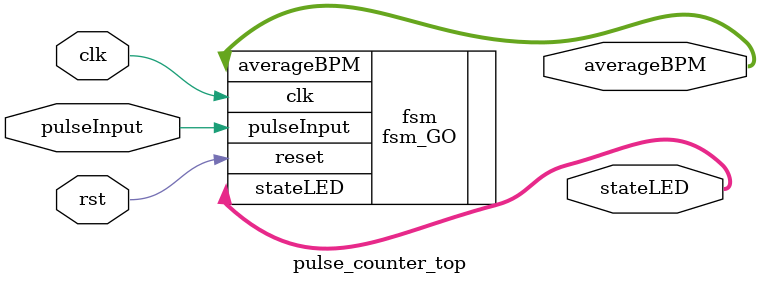
<source format=sv>
`timescale 1ns / 1ps


module pulse_counter_top(
        input logic clk, rst, pulseInput,
        output logic [7:0] averageBPM,
        output logic [10:0] stateLED
    );
    
    fsm_GO fsm(.clk(clk), .reset(rst), .pulseInput(pulseInput), .averageBPM(averageBPM), .stateLED);

endmodule

</source>
